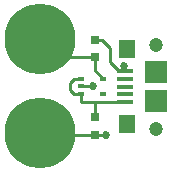
<source format=gtl>
%TF.GenerationSoftware,KiCad,Pcbnew,4.0.5-e0-6337~49~ubuntu16.04.1*%
%TF.CreationDate,2017-01-26T11:53:04-08:00*%
%TF.ProjectId,2x2-USB-Power-Connector,3278322D5553422D506F7765722D436F,1.0*%
%TF.FileFunction,Copper,L1,Top,Signal*%
%FSLAX46Y46*%
G04 Gerber Fmt 4.6, Leading zero omitted, Abs format (unit mm)*
G04 Created by KiCad (PCBNEW 4.0.5-e0-6337~49~ubuntu16.04.1) date Thu Jan 26 11:53:04 2017*
%MOMM*%
%LPD*%
G01*
G04 APERTURE LIST*
%ADD10C,0.350000*%
%ADD11R,1.350000X0.400000*%
%ADD12R,1.400000X1.600000*%
%ADD13C,1.200000*%
%ADD14R,1.900000X1.900000*%
%ADD15R,0.750000X0.800000*%
%ADD16R,0.600000X0.420000*%
%ADD17C,6.000000*%
%ADD18C,0.685800*%
%ADD19C,0.254000*%
%ADD20C,0.330200*%
%ADD21C,0.350000*%
G04 APERTURE END LIST*
D10*
D11*
X138707920Y-98338560D03*
X138707920Y-97688560D03*
X138707920Y-97039460D03*
X138707920Y-96388560D03*
X138707920Y-95738560D03*
D12*
X138932920Y-100238560D03*
D13*
X141382920Y-100588560D03*
D14*
X141382920Y-98238560D03*
X141382920Y-95838560D03*
D12*
X138932920Y-93838560D03*
D13*
X141382920Y-93488560D03*
D15*
X136169400Y-99628960D03*
X136169400Y-101128960D03*
X136169400Y-94570680D03*
X136169400Y-93070680D03*
D16*
X134975520Y-96368080D03*
X134975520Y-97668080D03*
X136875520Y-96368080D03*
X134975520Y-97018080D03*
X136875520Y-97668080D03*
D17*
X131495800Y-101000560D03*
X131495800Y-93000560D03*
D18*
X137104120Y-101137720D03*
X138689080Y-95300800D03*
X135996440Y-97018080D03*
D19*
X136169400Y-101128960D02*
X137095360Y-101128960D01*
X137095360Y-101128960D02*
X137104120Y-101137720D01*
X136169400Y-101128960D02*
X131677280Y-101128960D01*
X137485120Y-93757400D02*
X137485120Y-94990760D01*
X137485120Y-94990760D02*
X138232920Y-95738560D01*
X138232920Y-95738560D02*
X138707920Y-95738560D01*
X136169400Y-93070680D02*
X136798400Y-93070680D01*
X136798400Y-93070680D02*
X137485120Y-93757400D01*
X138689080Y-95300800D02*
X138689080Y-95719720D01*
X138689080Y-95719720D02*
X138707920Y-95738560D01*
X134975520Y-97018080D02*
X135996440Y-97018080D01*
X136169400Y-94570680D02*
X133265040Y-94570680D01*
X136169400Y-94570680D02*
X136169400Y-95661960D01*
X136169400Y-95661960D02*
X136875520Y-96368080D01*
X137399160Y-98374200D02*
X136169400Y-98374200D01*
X136169400Y-98374200D02*
X134975520Y-98374200D01*
X136169400Y-99628960D02*
X136169400Y-98974960D01*
X136169400Y-98974960D02*
X136169400Y-98374200D01*
X134975520Y-97668080D02*
X134975520Y-98374200D01*
X138707920Y-98338560D02*
X137434800Y-98338560D01*
X137434800Y-98338560D02*
X137399160Y-98374200D01*
X134035800Y-97282360D02*
X134035800Y-96753800D01*
X134035800Y-96753800D02*
X134421520Y-96368080D01*
X134421520Y-96368080D02*
X134975520Y-96368080D01*
X134975520Y-97668080D02*
X134421520Y-97668080D01*
X134421520Y-97668080D02*
X134035800Y-97282360D01*
D20*
X137104120Y-101137720D03*
X138689080Y-95300800D03*
X135996440Y-97018080D03*
D21*
X141382920Y-100588560D03*
X141382920Y-93488560D03*
X131495800Y-101000560D03*
X131495800Y-93000560D03*
M02*

</source>
